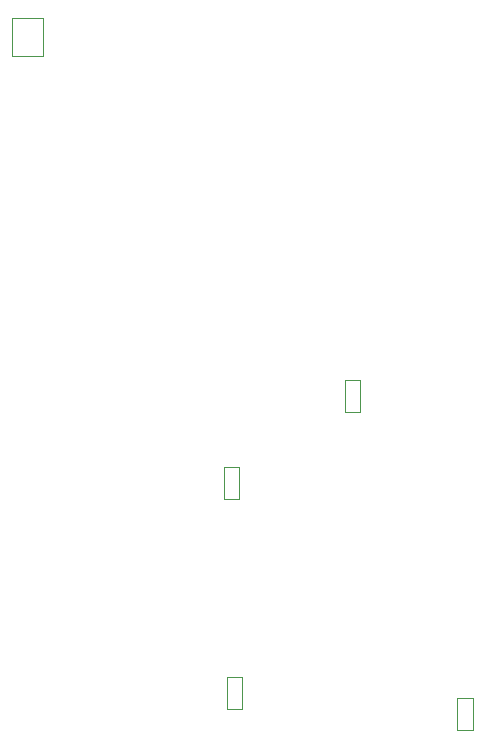
<source format=gbr>
%TF.GenerationSoftware,Altium Limited,Altium Designer,19.1.6 (110)*%
G04 Layer_Color=16711935*
%FSLAX26Y26*%
%MOIN*%
%TF.FileFunction,Other,M17-Bottom_Courtyard*%
%TF.Part,Single*%
G01*
G75*
%TA.AperFunction,NonConductor*%
%ADD109C,0.000394*%
D109*
X1412401Y3291339D02*
Y3352362D01*
Y3291339D02*
X1463583D01*
Y3397638D01*
X1412401D02*
X1463583D01*
X1412401Y3352362D02*
Y3397638D01*
X300827Y4604483D02*
X407126D01*
X300827Y4478499D02*
Y4604483D01*
Y4478499D02*
X407126D01*
Y4604483D01*
X1069882Y2347441D02*
Y2408465D01*
X1018701D02*
X1069882D01*
X1018701Y2302165D02*
Y2408465D01*
Y2302165D02*
X1069882D01*
Y2347441D01*
X1786417Y2230315D02*
Y2291339D01*
Y2230315D02*
X1837599D01*
Y2336614D01*
X1786417D02*
X1837599D01*
X1786417Y2291339D02*
Y2336614D01*
X1007874Y3000984D02*
Y3062008D01*
Y3000984D02*
X1059055D01*
Y3107284D01*
X1007874D02*
X1059055D01*
X1007874Y3062008D02*
Y3107284D01*
%TF.MD5,8b65509d9abc1159f217d5ea9567b690*%
M02*

</source>
